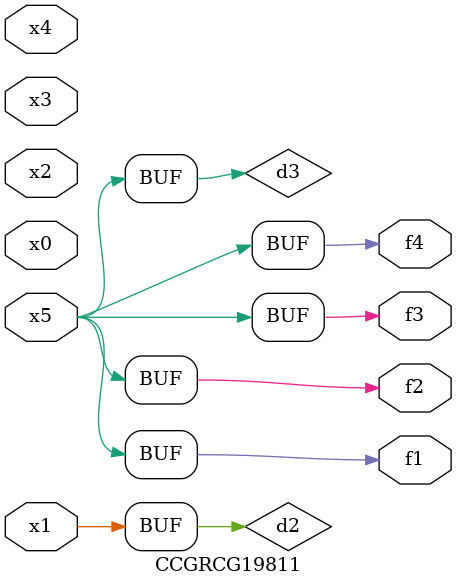
<source format=v>
module CCGRCG19811(
	input x0, x1, x2, x3, x4, x5,
	output f1, f2, f3, f4
);

	wire d1, d2, d3;

	not (d1, x5);
	or (d2, x1);
	xnor (d3, d1);
	assign f1 = d3;
	assign f2 = d3;
	assign f3 = d3;
	assign f4 = d3;
endmodule

</source>
